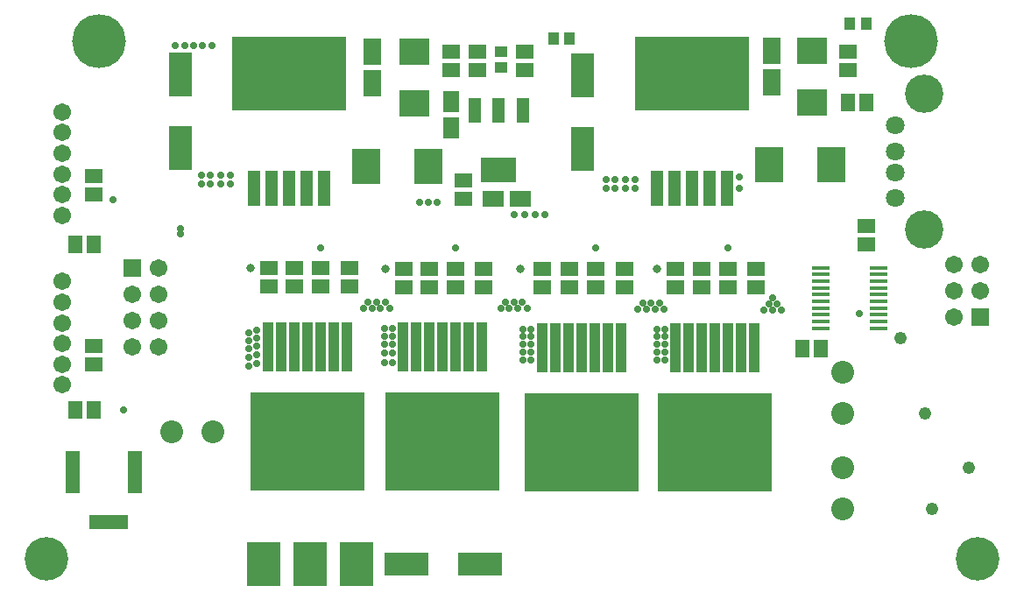
<source format=gts>
G04 Layer_Color=8388736*
%FSLAX25Y25*%
%MOIN*%
G70*
G01*
G75*
%ADD57R,0.03950X0.18910*%
%ADD58R,0.43320X0.37808*%
%ADD59R,0.06902X0.01784*%
%ADD60R,0.43320X0.28320*%
%ADD61R,0.05013X0.13241*%
%ADD62R,0.13595X0.09265*%
%ADD63R,0.05091X0.09816*%
%ADD64R,0.05367X0.06587*%
%ADD65R,0.06587X0.05367*%
%ADD66R,0.11036X0.13398*%
%ADD67R,0.06902X0.10249*%
%ADD68R,0.11824X0.10249*%
%ADD69R,0.08674X0.16548*%
%ADD70R,0.16548X0.08674*%
%ADD71R,0.07887X0.06115*%
%ADD72R,0.06115X0.07887*%
%ADD73R,0.04461X0.04658*%
%ADD74R,0.04658X0.04461*%
%ADD75C,0.04737*%
%ADD76C,0.14579*%
%ADD77C,0.07099*%
%ADD78C,0.08674*%
%ADD79R,0.05524X0.16154*%
%ADD80R,0.14579X0.05524*%
%ADD81C,0.06706*%
%ADD82R,0.06706X0.06706*%
%ADD83R,0.12611X0.16548*%
%ADD84C,0.16548*%
%ADD85C,0.20485*%
%ADD86C,0.02800*%
%ADD87C,0.03300*%
%ADD88C,0.04800*%
D57*
X26500Y-15427D02*
D03*
X31500D02*
D03*
X36500D02*
D03*
X41500D02*
D03*
X21500D02*
D03*
X16500D02*
D03*
X11500D02*
D03*
X77250D02*
D03*
X82250D02*
D03*
X87250D02*
D03*
X92250D02*
D03*
X72250D02*
D03*
X67250D02*
D03*
X62250D02*
D03*
X-77750Y-15177D02*
D03*
X-72750D02*
D03*
X-67750D02*
D03*
X-62750D02*
D03*
X-82750D02*
D03*
X-87750D02*
D03*
X-92750D02*
D03*
X-26500Y-15226D02*
D03*
X-21500D02*
D03*
X-16500D02*
D03*
X-11500D02*
D03*
X-31500D02*
D03*
X-36500D02*
D03*
X-41500D02*
D03*
D58*
X26500Y-51451D02*
D03*
X77250D02*
D03*
X-77750Y-51201D02*
D03*
X-26500Y-51250D02*
D03*
D59*
X139524Y-8000D02*
D03*
Y-5441D02*
D03*
Y-2882D02*
D03*
Y-323D02*
D03*
Y2236D02*
D03*
Y4795D02*
D03*
Y7354D02*
D03*
Y9913D02*
D03*
Y12472D02*
D03*
Y15032D02*
D03*
X117476D02*
D03*
Y12472D02*
D03*
Y9913D02*
D03*
Y7354D02*
D03*
Y4795D02*
D03*
Y2236D02*
D03*
Y-323D02*
D03*
Y-2882D02*
D03*
Y-5441D02*
D03*
Y-8000D02*
D03*
D60*
X68500Y89000D02*
D03*
X-84750D02*
D03*
D61*
X81886Y45299D02*
D03*
X75193D02*
D03*
X68500D02*
D03*
X61807D02*
D03*
X55114D02*
D03*
X-71364D02*
D03*
X-78057D02*
D03*
X-84750D02*
D03*
X-91443D02*
D03*
X-98136D02*
D03*
D62*
X-5000Y52165D02*
D03*
D63*
X4055Y75000D02*
D03*
X-5000D02*
D03*
X-14055D02*
D03*
D64*
X127750Y78000D02*
D03*
X134758D02*
D03*
X-159246Y-39000D02*
D03*
X-166254D02*
D03*
X-159246Y24000D02*
D03*
X-166254D02*
D03*
X110496Y-15750D02*
D03*
X117504D02*
D03*
D65*
X11500Y7500D02*
D03*
Y14508D02*
D03*
X21750Y7500D02*
D03*
Y14508D02*
D03*
X31750Y7500D02*
D03*
Y14508D02*
D03*
X42750Y7496D02*
D03*
Y14504D02*
D03*
X62250D02*
D03*
Y7496D02*
D03*
X-159250Y-14746D02*
D03*
Y-21754D02*
D03*
Y49758D02*
D03*
Y42750D02*
D03*
X72250Y14508D02*
D03*
Y7500D02*
D03*
X82250Y14504D02*
D03*
Y7496D02*
D03*
X93000Y14508D02*
D03*
Y7500D02*
D03*
X-92500Y7750D02*
D03*
Y14758D02*
D03*
X-41250Y14500D02*
D03*
Y7492D02*
D03*
X-82750Y7750D02*
D03*
Y14758D02*
D03*
X-31500Y14504D02*
D03*
Y7496D02*
D03*
X-61750Y7750D02*
D03*
Y14758D02*
D03*
X-72750Y7750D02*
D03*
Y14758D02*
D03*
X-10750Y14504D02*
D03*
Y7496D02*
D03*
X-21500Y14508D02*
D03*
Y7500D02*
D03*
X4750Y90246D02*
D03*
Y97254D02*
D03*
X-13250Y90250D02*
D03*
Y97258D02*
D03*
X134750Y30754D02*
D03*
Y23746D02*
D03*
X127750Y90246D02*
D03*
Y97254D02*
D03*
X-23250Y90242D02*
D03*
Y97250D02*
D03*
X-18500Y48258D02*
D03*
Y41250D02*
D03*
D66*
X97939Y54250D02*
D03*
X121561D02*
D03*
X-55311Y53500D02*
D03*
X-31689D02*
D03*
D67*
X98750Y97504D02*
D03*
Y85496D02*
D03*
X-53250Y97250D02*
D03*
Y85242D02*
D03*
D68*
X114348Y97461D02*
D03*
Y77933D02*
D03*
X-37152Y97211D02*
D03*
Y77683D02*
D03*
D69*
X26750Y60250D02*
D03*
Y88203D02*
D03*
X-126000Y60524D02*
D03*
Y88476D02*
D03*
D70*
X-39976Y-97750D02*
D03*
X-12024D02*
D03*
D71*
X-7065Y41250D02*
D03*
X3250D02*
D03*
D72*
X-23098Y78362D02*
D03*
Y68047D02*
D03*
D73*
X21813Y102250D02*
D03*
X15750D02*
D03*
X128687Y107750D02*
D03*
X134750D02*
D03*
D74*
X-4250Y91219D02*
D03*
Y97281D02*
D03*
D75*
X10752Y-66707D02*
D03*
X18626D02*
D03*
X26500D02*
D03*
X34374D02*
D03*
X42248D02*
D03*
X10752Y-37376D02*
D03*
X18626D02*
D03*
X26500D02*
D03*
X34374D02*
D03*
X42248D02*
D03*
Y-45250D02*
D03*
X34374D02*
D03*
X26500D02*
D03*
X18626D02*
D03*
X10752D02*
D03*
X42248Y-53124D02*
D03*
X34374D02*
D03*
X26500D02*
D03*
X18626D02*
D03*
X10752D02*
D03*
X42248Y-60998D02*
D03*
X34374D02*
D03*
X26500D02*
D03*
X18626D02*
D03*
X10752D02*
D03*
X61502Y-66707D02*
D03*
X69376D02*
D03*
X77250D02*
D03*
X85124D02*
D03*
X92998D02*
D03*
X61502Y-37376D02*
D03*
X69376D02*
D03*
X77250D02*
D03*
X85124D02*
D03*
X92998D02*
D03*
Y-45250D02*
D03*
X85124D02*
D03*
X77250D02*
D03*
X69376D02*
D03*
X61502D02*
D03*
X92998Y-53124D02*
D03*
X85124D02*
D03*
X77250D02*
D03*
X69376D02*
D03*
X61502D02*
D03*
X92998Y-60998D02*
D03*
X85124D02*
D03*
X77250D02*
D03*
X69376D02*
D03*
X61502D02*
D03*
X-93498Y-66457D02*
D03*
X-85624D02*
D03*
X-77750D02*
D03*
X-69876D02*
D03*
X-62002D02*
D03*
X-93498Y-37126D02*
D03*
X-85624D02*
D03*
X-77750D02*
D03*
X-69876D02*
D03*
X-62002D02*
D03*
Y-45000D02*
D03*
X-69876D02*
D03*
X-77750D02*
D03*
X-85624D02*
D03*
X-93498D02*
D03*
X-62002Y-52874D02*
D03*
X-69876D02*
D03*
X-77750D02*
D03*
X-85624D02*
D03*
X-93498D02*
D03*
X-62002Y-60748D02*
D03*
X-69876D02*
D03*
X-77750D02*
D03*
X-85624D02*
D03*
X-93498D02*
D03*
X-42248Y-66506D02*
D03*
X-34374D02*
D03*
X-26500D02*
D03*
X-18626D02*
D03*
X-10752D02*
D03*
X-42248Y-37175D02*
D03*
X-34374D02*
D03*
X-26500D02*
D03*
X-18626D02*
D03*
X-10752D02*
D03*
Y-45049D02*
D03*
X-18626D02*
D03*
X-26500D02*
D03*
X-34374D02*
D03*
X-42248D02*
D03*
X-10752Y-52923D02*
D03*
X-18626D02*
D03*
X-26500D02*
D03*
X-34374D02*
D03*
X-42248D02*
D03*
X-10752Y-60797D02*
D03*
X-18626D02*
D03*
X-26500D02*
D03*
X-34374D02*
D03*
X-42248D02*
D03*
D76*
X156750Y81250D02*
D03*
Y29478D02*
D03*
D77*
X145923Y69045D02*
D03*
Y59203D02*
D03*
Y51329D02*
D03*
Y41486D02*
D03*
D78*
X-129500Y-47500D02*
D03*
X-113949D02*
D03*
X126000Y-40301D02*
D03*
Y-24750D02*
D03*
Y-76801D02*
D03*
Y-61250D02*
D03*
D79*
X-143628Y-62750D02*
D03*
X-167250D02*
D03*
D80*
X-153471Y-81648D02*
D03*
D81*
X-134626Y-15059D02*
D03*
X-144626D02*
D03*
X-134626Y-5059D02*
D03*
X-144626D02*
D03*
X-134626Y4941D02*
D03*
X-144626D02*
D03*
X-134626Y14941D02*
D03*
X168339Y16230D02*
D03*
X178339D02*
D03*
X168339Y6230D02*
D03*
X178339D02*
D03*
X168339Y-3770D02*
D03*
X-171000Y-29622D02*
D03*
Y-21748D02*
D03*
Y-13874D02*
D03*
Y-6000D02*
D03*
Y1874D02*
D03*
Y9748D02*
D03*
Y34878D02*
D03*
Y42752D02*
D03*
Y50626D02*
D03*
Y58500D02*
D03*
Y66374D02*
D03*
Y74248D02*
D03*
D82*
X-144626Y14941D02*
D03*
X178339Y-3770D02*
D03*
D83*
X-94500Y-97750D02*
D03*
X-59067D02*
D03*
X-76784D02*
D03*
D84*
X177252Y-95748D02*
D03*
X-177252D02*
D03*
D85*
X151748Y101252D02*
D03*
X-157248D02*
D03*
D86*
X-97250Y-8750D02*
D03*
Y-11750D02*
D03*
Y-14750D02*
D03*
Y-18000D02*
D03*
Y-21500D02*
D03*
X-100250Y-22500D02*
D03*
Y-19000D02*
D03*
Y-15750D02*
D03*
Y-12750D02*
D03*
Y-9750D02*
D03*
X-45500Y-21000D02*
D03*
Y-17500D02*
D03*
Y-14250D02*
D03*
Y-11250D02*
D03*
Y-8250D02*
D03*
X-48500Y-21000D02*
D03*
Y-17500D02*
D03*
Y-14250D02*
D03*
Y-11250D02*
D03*
Y-8250D02*
D03*
X7250Y-8500D02*
D03*
Y-11250D02*
D03*
Y-14250D02*
D03*
Y-17250D02*
D03*
Y-20250D02*
D03*
X4250D02*
D03*
Y-17250D02*
D03*
Y-14250D02*
D03*
Y-11250D02*
D03*
Y-8500D02*
D03*
X58250Y-20250D02*
D03*
Y-17250D02*
D03*
Y-14250D02*
D03*
Y-11250D02*
D03*
Y-8500D02*
D03*
X55250Y-20250D02*
D03*
Y-17250D02*
D03*
Y-14250D02*
D03*
Y-11250D02*
D03*
Y-8500D02*
D03*
X-56500Y-500D02*
D03*
X-53250D02*
D03*
X-50000D02*
D03*
X-46500D02*
D03*
X-48250Y1750D02*
D03*
X-51500D02*
D03*
X-54750D02*
D03*
X-2500D02*
D03*
X750D02*
D03*
X4000D02*
D03*
X5750Y-500D02*
D03*
X2250D02*
D03*
X-1000D02*
D03*
X-4250D02*
D03*
X49750Y1500D02*
D03*
X53000D02*
D03*
X56250D02*
D03*
X58000Y-750D02*
D03*
X54500D02*
D03*
X51250D02*
D03*
X48000D02*
D03*
X97750Y1250D02*
D03*
X101000D02*
D03*
X99250Y3500D02*
D03*
X102500Y-1000D02*
D03*
X99250D02*
D03*
X96000D02*
D03*
X-128000Y99500D02*
D03*
X-124500D02*
D03*
X-121250D02*
D03*
X-117750D02*
D03*
X-114000D02*
D03*
X-118250Y50250D02*
D03*
X-114750D02*
D03*
X-110750D02*
D03*
X-118250Y47000D02*
D03*
X-114750D02*
D03*
X-110750D02*
D03*
X-107250Y50250D02*
D03*
Y47000D02*
D03*
X46750Y45250D02*
D03*
Y48500D02*
D03*
X43250Y45250D02*
D03*
X39250D02*
D03*
X35750D02*
D03*
X43250Y48500D02*
D03*
X39250D02*
D03*
X35750D02*
D03*
X1000Y35250D02*
D03*
X5000D02*
D03*
X8750D02*
D03*
X12500D02*
D03*
X86500Y49500D02*
D03*
Y45250D02*
D03*
X-35000Y39750D02*
D03*
X-31750D02*
D03*
X-28500D02*
D03*
X-126000Y27750D02*
D03*
Y29750D02*
D03*
X-72750Y22500D02*
D03*
X-21500D02*
D03*
X31750D02*
D03*
X-151750Y40750D02*
D03*
X132250Y-2500D02*
D03*
X82250Y22500D02*
D03*
X-147750Y-39000D02*
D03*
D87*
X-99492Y14758D02*
D03*
X-48250Y14500D02*
D03*
X3258Y14508D02*
D03*
X55254Y14504D02*
D03*
D88*
X174000Y-61250D02*
D03*
X159949Y-76801D02*
D03*
X147750Y-11750D02*
D03*
X157301Y-40301D02*
D03*
M02*

</source>
